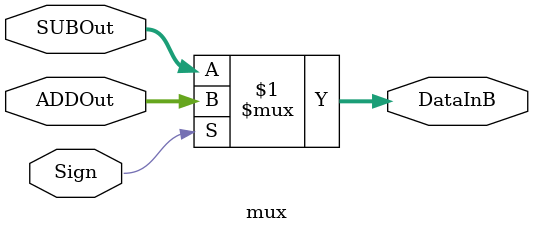
<source format=v>
module mux(input [7:0]ADDOut,input [7:0]SUBOut,input Sign,output [7:0]DataInB);

assign DataInB=Sign ? ADDOut : SUBOut;
endmodule
</source>
